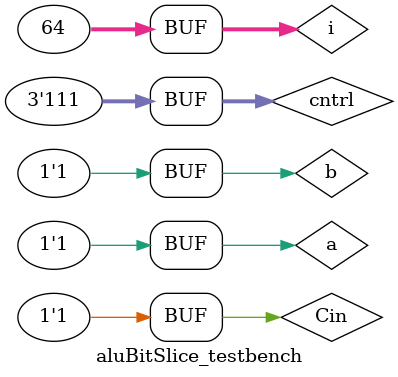
<source format=sv>
`timescale 1ns/10ps

module aluBitSlice (a, b, Cin, Cout, cntrl, result);
	
	input logic a, b, Cin;
	input logic [2:0] cntrl;
	output logic result, Cout;
	
	logic [7:0] operations;
	logic notB, adderB;
	
	//000 = b
	assign operations[0] = b;
	
	//010 = a+b, 011 = a-b
	not #0.05 c (notB, b);
	mux2_1 d (.out(adderB), .in({notB, b}), .sel(cntrl[0]));
	fullAdder e (.a, .b(adderB), .Cin, .sum(operations[2]), .Cout); 
	assign operations[3] = operations[2];
	
	//100 = a&b
	and #0.05 f (operations[4], a, b);
	
	//101 = a or b
	or #0.05 g (operations[5], a, b);
	
	//110 = a xor b
	xor #0.05 h (operations[6], a, b);
	
	mux8_1 i (.out(result), .in(operations), .sel(cntrl));
	

endmodule


module aluBitSlice_testbench();

	logic a, b, Cin, result, Cout;
	logic [2:0] cntrl;
	
	aluBitSlice dut (.a, .b, .Cin, .Cout, .cntrl, .result);
	
	integer i;
	initial begin
		for (i = 0; i < 64; i++) begin
			{a, b, Cin, cntrl} = i; #10;
		end
	end
	
endmodule



</source>
